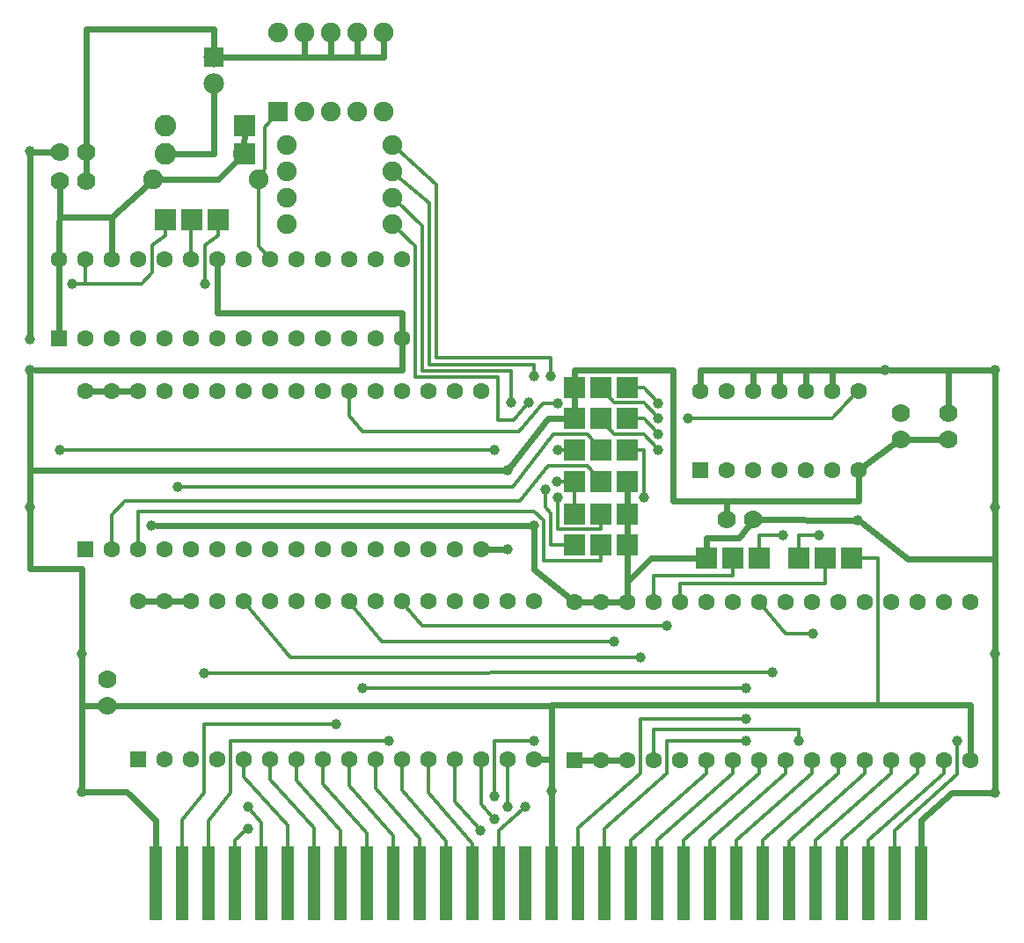
<source format=gtl>
G04 MADE WITH FRITZING*
G04 WWW.FRITZING.ORG*
G04 DOUBLE SIDED*
G04 HOLES PLATED*
G04 CONTOUR ON CENTER OF CONTOUR VECTOR*
%ASAXBY*%
%FSLAX23Y23*%
%MOIN*%
%OFA0B0*%
%SFA1.0B1.0*%
%ADD10C,0.039370*%
%ADD11C,0.075000*%
%ADD12C,0.062992*%
%ADD13C,0.070000*%
%ADD14C,0.082000*%
%ADD15C,0.078000*%
%ADD16R,0.078740X0.078740*%
%ADD17R,0.062992X0.062992*%
%ADD18R,0.082000X0.082000*%
%ADD19R,0.078000X0.078000*%
%ADD20R,0.051181X0.141823*%
%ADD21R,0.075000X0.075000*%
%ADD22C,0.012000*%
%ADD23C,0.024000*%
%LNCOPPER1*%
G90*
G70*
G54D10*
X2429Y1919D03*
X2047Y1978D03*
X2046Y1679D03*
X2002Y1649D03*
X1937Y1979D03*
X1873Y1979D03*
X609Y1659D03*
X2429Y1799D03*
X2901Y1475D03*
X3037Y1475D03*
X1959Y2079D03*
X2021Y2079D03*
X2542Y1919D03*
X2429Y1978D03*
X2461Y1133D03*
X48Y2221D03*
X47Y2932D03*
X160Y1800D03*
X1807Y487D03*
X1958Y698D03*
X2047Y1619D03*
X2374Y1619D03*
X2429Y1859D03*
X2047Y1799D03*
X710Y2431D03*
X48Y2103D03*
X47Y1582D03*
X244Y1027D03*
X244Y502D03*
G54D11*
X1021Y2957D03*
X1421Y2957D03*
X1021Y2857D03*
X1421Y2857D03*
X1021Y2757D03*
X1421Y2757D03*
X1021Y2657D03*
X1421Y2657D03*
G54D12*
X159Y2222D03*
X159Y2522D03*
X259Y2222D03*
X259Y2522D03*
X359Y2222D03*
X359Y2522D03*
X459Y2222D03*
X459Y2522D03*
X559Y2222D03*
X559Y2522D03*
X659Y2222D03*
X659Y2522D03*
X759Y2222D03*
X759Y2522D03*
X859Y2222D03*
X859Y2522D03*
X959Y2222D03*
X959Y2522D03*
X1059Y2222D03*
X1059Y2522D03*
X1159Y2222D03*
X1159Y2522D03*
X1259Y2222D03*
X1259Y2522D03*
X1359Y2222D03*
X1359Y2522D03*
X1459Y2222D03*
X1459Y2522D03*
X458Y625D03*
X458Y1225D03*
X558Y625D03*
X558Y1225D03*
X658Y625D03*
X658Y1225D03*
X758Y625D03*
X758Y1225D03*
X858Y625D03*
X858Y1225D03*
X958Y625D03*
X958Y1225D03*
X1058Y625D03*
X1058Y1225D03*
X1158Y625D03*
X1158Y1225D03*
X1258Y625D03*
X1258Y1225D03*
X1358Y625D03*
X1358Y1225D03*
X1458Y625D03*
X1458Y1225D03*
X1558Y625D03*
X1558Y1225D03*
X1658Y625D03*
X1658Y1225D03*
X1758Y625D03*
X1758Y1225D03*
X1858Y625D03*
X1858Y1225D03*
X1958Y625D03*
X1958Y1225D03*
X259Y1423D03*
X259Y2023D03*
X359Y1423D03*
X359Y2023D03*
X459Y1423D03*
X459Y2023D03*
X559Y1423D03*
X559Y2023D03*
X659Y1423D03*
X659Y2023D03*
X759Y1423D03*
X759Y2023D03*
X859Y1423D03*
X859Y2023D03*
X959Y1423D03*
X959Y2023D03*
X1059Y1423D03*
X1059Y2023D03*
X1159Y1423D03*
X1159Y2023D03*
X1259Y1423D03*
X1259Y2023D03*
X1359Y1423D03*
X1359Y2023D03*
X1459Y1423D03*
X1459Y2023D03*
X1559Y1423D03*
X1559Y2023D03*
X1659Y1423D03*
X1659Y2023D03*
X1759Y1423D03*
X1759Y2023D03*
X2587Y1724D03*
X2587Y2024D03*
X2687Y1724D03*
X2687Y2024D03*
X2787Y1724D03*
X2787Y2024D03*
X2887Y1724D03*
X2887Y2024D03*
X2987Y1724D03*
X2987Y2024D03*
X3087Y1724D03*
X3087Y2024D03*
X3187Y1724D03*
X3187Y2024D03*
X2112Y624D03*
X2112Y1224D03*
X2212Y624D03*
X2212Y1224D03*
X2312Y624D03*
X2312Y1224D03*
X2412Y624D03*
X2412Y1224D03*
X2512Y624D03*
X2512Y1224D03*
X2612Y624D03*
X2612Y1224D03*
X2712Y624D03*
X2712Y1224D03*
X2812Y624D03*
X2812Y1224D03*
X2912Y624D03*
X2912Y1224D03*
X3012Y624D03*
X3012Y1224D03*
X3112Y624D03*
X3112Y1224D03*
X3212Y624D03*
X3212Y1224D03*
X3312Y624D03*
X3312Y1224D03*
X3412Y624D03*
X3412Y1224D03*
X3512Y624D03*
X3512Y1224D03*
X3612Y624D03*
X3612Y1224D03*
G54D13*
X3347Y1841D03*
X3347Y1941D03*
X3528Y1941D03*
X3528Y1841D03*
X2687Y1535D03*
X2787Y1535D03*
X260Y2930D03*
X160Y2930D03*
X260Y2819D03*
X160Y2819D03*
X342Y831D03*
X342Y931D03*
G54D14*
X859Y2924D03*
X561Y2924D03*
X860Y3031D03*
X562Y3031D03*
G54D11*
X916Y2827D03*
X516Y2827D03*
G54D15*
X745Y3290D03*
X745Y3190D03*
G54D11*
X989Y3084D03*
X989Y3384D03*
X1089Y3084D03*
X1089Y3384D03*
X1189Y3084D03*
X1189Y3384D03*
X1289Y3084D03*
X1289Y3384D03*
X1389Y3084D03*
X1389Y3384D03*
G54D10*
X2963Y697D03*
X3014Y1102D03*
X2763Y696D03*
X2763Y781D03*
X3562Y696D03*
X3704Y501D03*
X3705Y1027D03*
X3704Y1582D03*
X3185Y1534D03*
X3704Y2103D03*
X3289Y2104D03*
X2363Y1013D03*
X2261Y1074D03*
X2762Y895D03*
X2863Y955D03*
X1957Y1512D03*
X1809Y1800D03*
X1924Y445D03*
X1755Y355D03*
X1857Y1722D03*
X1857Y1424D03*
X2025Y508D03*
X1807Y400D03*
X1859Y445D03*
X874Y364D03*
X874Y446D03*
X1409Y698D03*
X1209Y759D03*
X1308Y895D03*
X709Y954D03*
X509Y1513D03*
X209Y2431D03*
G54D16*
X2111Y1558D03*
X2111Y1680D03*
X2111Y1440D03*
X2111Y1799D03*
X2111Y1919D03*
X2111Y2038D03*
X560Y2673D03*
X2211Y1558D03*
X2211Y1440D03*
X2211Y1680D03*
X2211Y1799D03*
X2211Y1919D03*
X2211Y2038D03*
X660Y2673D03*
X2311Y1680D03*
X2311Y1558D03*
X2311Y1440D03*
X2311Y1799D03*
X2311Y1919D03*
X2311Y2038D03*
X760Y2673D03*
X3162Y1389D03*
X3062Y1389D03*
X2962Y1389D03*
X2812Y1389D03*
X2712Y1389D03*
X2612Y1389D03*
G54D17*
X159Y2222D03*
X458Y625D03*
X259Y1423D03*
X2587Y1724D03*
X2112Y624D03*
G54D18*
X860Y2924D03*
X861Y3031D03*
G54D19*
X745Y3290D03*
G54D20*
X2024Y228D03*
X2124Y86D03*
X2224Y228D03*
X2324Y86D03*
X2424Y228D03*
X2524Y86D03*
X2624Y228D03*
X2724Y86D03*
X2824Y228D03*
X2924Y86D03*
X3024Y228D03*
X3124Y86D03*
X3224Y228D03*
X3324Y86D03*
X3424Y228D03*
X3424Y86D03*
X3324Y228D03*
X3224Y86D03*
X3124Y228D03*
X3024Y86D03*
X2924Y228D03*
X2824Y86D03*
X2724Y228D03*
X2624Y86D03*
X2524Y228D03*
X2424Y86D03*
X2324Y228D03*
X2224Y86D03*
X2124Y228D03*
X2024Y86D03*
X1924Y86D03*
X1824Y228D03*
X1724Y86D03*
X1624Y228D03*
X1524Y86D03*
X1424Y228D03*
X1324Y86D03*
X1224Y228D03*
X1124Y86D03*
X1024Y228D03*
X924Y86D03*
X824Y228D03*
X724Y86D03*
X624Y228D03*
X524Y86D03*
X524Y228D03*
X624Y86D03*
X724Y228D03*
X824Y86D03*
X924Y228D03*
X1024Y86D03*
X1124Y228D03*
X1224Y86D03*
X1324Y228D03*
X1424Y86D03*
X1524Y228D03*
X1624Y86D03*
X1724Y228D03*
X1824Y86D03*
X1924Y228D03*
G54D21*
X989Y3084D03*
G54D22*
X623Y1659D02*
X1879Y1659D01*
D02*
X2032Y1859D02*
X1879Y1659D01*
D02*
X2162Y1859D02*
X2032Y1859D01*
D02*
X2188Y1827D02*
X2162Y1859D01*
D02*
X939Y2866D02*
X928Y2847D01*
D02*
X939Y3023D02*
X939Y2866D01*
D02*
X916Y2573D02*
X945Y2539D01*
D02*
X916Y2804D02*
X916Y2573D01*
D02*
X974Y3066D02*
X939Y3023D01*
D02*
X2812Y1475D02*
X2812Y1426D01*
D02*
X2888Y1475D02*
X2812Y1475D01*
D02*
X2962Y1475D02*
X2962Y1426D01*
D02*
X3023Y1475D02*
X2962Y1475D01*
D02*
X2021Y2149D02*
X2021Y2092D01*
D02*
X1589Y2149D02*
X2021Y2149D01*
D02*
X1959Y2124D02*
X1959Y2093D01*
D02*
X1561Y2124D02*
X1959Y2124D01*
D02*
X1589Y2807D02*
X1589Y2149D01*
D02*
X1438Y2942D02*
X1589Y2807D01*
D02*
X1561Y2735D02*
X1561Y2124D01*
D02*
X1438Y2841D02*
X1561Y2735D01*
G54D23*
D02*
X1389Y3290D02*
X1389Y3355D01*
D02*
X776Y3290D02*
X1389Y3290D01*
D02*
X1289Y3290D02*
X1289Y3355D01*
D02*
X776Y3290D02*
X1289Y3290D01*
D02*
X1189Y3290D02*
X1189Y3355D01*
D02*
X776Y3290D02*
X1189Y3290D01*
D02*
X1089Y3290D02*
X1089Y3355D01*
D02*
X776Y3290D02*
X1089Y3290D01*
D02*
X2111Y1962D02*
X2111Y1996D01*
G54D22*
D02*
X2374Y2038D02*
X2348Y2038D01*
D02*
X2420Y1988D02*
X2374Y2038D01*
D02*
X3087Y1919D02*
X2555Y1919D01*
D02*
X3172Y2009D02*
X3087Y1919D01*
D02*
X2261Y1979D02*
X2235Y2010D01*
D02*
X1991Y1978D02*
X2033Y1978D01*
D02*
X1308Y1870D02*
X1902Y1870D01*
D02*
X1902Y1870D02*
X1991Y1978D01*
D02*
X2374Y1979D02*
X2261Y1979D01*
D02*
X2420Y1929D02*
X2374Y1979D01*
D02*
X1259Y1929D02*
X1308Y1870D01*
D02*
X1259Y2002D02*
X1259Y1929D01*
D02*
X1807Y698D02*
X1807Y500D01*
D02*
X1945Y698D02*
X1807Y698D01*
G54D23*
D02*
X2612Y1465D02*
X2612Y1432D01*
D02*
X2735Y1465D02*
X2612Y1465D01*
D02*
X2771Y1514D02*
X2735Y1465D01*
D02*
X159Y2496D02*
X159Y2249D01*
D02*
X66Y2931D02*
X134Y2930D01*
D02*
X48Y2240D02*
X47Y2913D01*
G54D22*
D02*
X808Y500D02*
X808Y698D01*
D02*
X2374Y1919D02*
X2420Y1869D01*
D02*
X2047Y1500D02*
X2211Y1500D01*
D02*
X2374Y1799D02*
X2374Y1633D01*
D02*
X2211Y1500D02*
X2211Y1521D01*
D02*
X2374Y1859D02*
X2420Y1809D01*
D02*
X2262Y1859D02*
X2374Y1859D01*
D02*
X2448Y1133D02*
X1534Y1133D01*
D02*
X2047Y1605D02*
X2047Y1500D01*
D02*
X2348Y1799D02*
X2374Y1799D01*
D02*
X2060Y1799D02*
X2074Y1799D01*
D02*
X2348Y1919D02*
X2374Y1919D01*
D02*
X2749Y895D02*
X1322Y895D01*
D02*
X1534Y1133D02*
X1472Y1208D01*
D02*
X2235Y1891D02*
X2262Y1859D01*
G54D23*
D02*
X2013Y1919D02*
X1869Y1737D01*
D02*
X2069Y1919D02*
X2013Y1919D01*
G54D22*
D02*
X2020Y1561D02*
X2020Y1440D01*
D02*
X1904Y1605D02*
X2010Y1739D01*
D02*
X2010Y1739D02*
X2161Y1739D01*
D02*
X2020Y1440D02*
X2074Y1440D01*
D02*
X1994Y1381D02*
X2211Y1381D01*
D02*
X1994Y1534D02*
X1994Y1381D01*
D02*
X1957Y1568D02*
X1994Y1534D01*
D02*
X2002Y1582D02*
X2020Y1561D01*
D02*
X2002Y1636D02*
X2002Y1582D01*
D02*
X1873Y2100D02*
X1873Y1993D01*
D02*
X1821Y2075D02*
X1508Y2075D01*
D02*
X1508Y2075D02*
X1508Y2572D01*
G54D23*
D02*
X2311Y1601D02*
X2311Y1637D01*
G54D22*
D02*
X1535Y2100D02*
X1873Y2100D01*
D02*
X1535Y2651D02*
X1535Y2100D01*
D02*
X1438Y2742D02*
X1535Y2651D01*
D02*
X2211Y1381D02*
X2211Y1403D01*
D02*
X459Y1568D02*
X1957Y1568D01*
D02*
X459Y1445D02*
X459Y1568D01*
D02*
X1508Y2572D02*
X1438Y2641D01*
D02*
X1883Y1914D02*
X1821Y1914D01*
D02*
X1821Y1914D02*
X1821Y2075D01*
D02*
X1928Y1969D02*
X1883Y1914D01*
D02*
X2074Y1679D02*
X2059Y1679D01*
D02*
X2111Y1595D02*
X2111Y1643D01*
D02*
X408Y1605D02*
X1904Y1605D01*
D02*
X359Y1553D02*
X408Y1605D01*
D02*
X2161Y1739D02*
X2187Y1708D01*
D02*
X359Y1445D02*
X359Y1553D01*
G54D23*
D02*
X1957Y1345D02*
X2091Y1241D01*
D02*
X1957Y1493D02*
X1957Y1345D01*
D02*
X2111Y2104D02*
X2486Y2104D01*
D02*
X2486Y2104D02*
X2486Y1607D01*
D02*
X2486Y1607D02*
X2687Y1607D01*
D02*
X2687Y1607D02*
X2687Y1561D01*
D02*
X2111Y2081D02*
X2111Y2104D01*
D02*
X2311Y1397D02*
X2312Y1251D01*
D02*
X2311Y1516D02*
X2311Y1482D01*
D02*
X2025Y831D02*
X368Y831D01*
D02*
X2025Y527D02*
X2025Y831D01*
D02*
X2185Y624D02*
X2139Y624D01*
D02*
X2239Y624D02*
X2285Y624D01*
D02*
X2185Y1224D02*
X2139Y1224D01*
D02*
X2285Y1224D02*
X2239Y1224D01*
G54D22*
D02*
X2412Y1322D02*
X2412Y1245D01*
D02*
X2712Y1322D02*
X2412Y1322D01*
D02*
X2712Y1352D02*
X2712Y1322D01*
D02*
X2512Y1292D02*
X2512Y1245D01*
D02*
X3062Y1292D02*
X2512Y1292D01*
D02*
X3062Y1352D02*
X3062Y1292D01*
G54D23*
D02*
X2400Y1389D02*
X2569Y1389D01*
D02*
X2312Y1300D02*
X2400Y1389D01*
D02*
X2312Y1251D02*
X2312Y1300D01*
G54D22*
D02*
X3262Y1389D02*
X3199Y1389D01*
D02*
X3262Y832D02*
X3262Y1389D01*
D02*
X3612Y832D02*
X3262Y832D01*
D02*
X3612Y645D02*
X3612Y832D01*
G54D23*
D02*
X3685Y2103D02*
X3308Y2104D01*
D02*
X3087Y2104D02*
X3087Y2051D01*
D02*
X3270Y2104D02*
X3087Y2104D01*
D02*
X2987Y2104D02*
X2987Y2051D01*
D02*
X3270Y2104D02*
X2987Y2104D01*
D02*
X2887Y2104D02*
X2887Y2051D01*
D02*
X3270Y2104D02*
X2887Y2104D01*
D02*
X2787Y2104D02*
X2787Y2051D01*
D02*
X3270Y2104D02*
X2787Y2104D01*
D02*
X2587Y2104D02*
X2587Y2051D01*
D02*
X3270Y2104D02*
X2587Y2104D01*
D02*
X3326Y1825D02*
X3209Y1740D01*
D02*
X3166Y1534D02*
X2813Y1535D01*
G54D22*
D02*
X659Y2636D02*
X659Y2544D01*
D02*
X560Y2612D02*
X510Y2578D01*
D02*
X471Y2431D02*
X223Y2431D01*
D02*
X510Y2473D02*
X471Y2431D01*
D02*
X510Y2578D02*
X510Y2473D01*
D02*
X560Y2636D02*
X560Y2612D01*
D02*
X760Y2612D02*
X710Y2577D01*
D02*
X710Y2577D02*
X710Y2444D01*
D02*
X760Y2636D02*
X760Y2612D01*
G54D23*
D02*
X332Y2023D02*
X286Y2023D01*
D02*
X432Y2023D02*
X386Y2023D01*
D02*
X531Y1225D02*
X485Y1225D01*
D02*
X631Y1225D02*
X585Y1225D01*
G54D22*
D02*
X259Y2431D02*
X259Y2501D01*
D02*
X223Y2431D02*
X259Y2431D01*
G54D23*
D02*
X160Y2793D02*
X159Y2549D01*
D02*
X745Y2924D02*
X593Y2924D01*
D02*
X745Y3160D02*
X745Y2924D01*
D02*
X759Y2321D02*
X759Y2496D01*
D02*
X1459Y2321D02*
X759Y2321D01*
D02*
X1459Y2249D02*
X1459Y2321D01*
D02*
X524Y395D02*
X524Y293D01*
D02*
X414Y502D02*
X524Y395D01*
D02*
X263Y502D02*
X414Y502D01*
D02*
X244Y831D02*
X316Y831D01*
D02*
X244Y1008D02*
X244Y831D01*
D02*
X244Y1008D02*
X244Y521D01*
D02*
X47Y1350D02*
X244Y1350D01*
D02*
X244Y1350D02*
X244Y1046D01*
D02*
X47Y1563D02*
X47Y1350D01*
D02*
X48Y2084D02*
X47Y1601D01*
D02*
X48Y1722D02*
X48Y2084D01*
D02*
X1459Y2103D02*
X67Y2103D01*
D02*
X1459Y2196D02*
X1459Y2103D01*
D02*
X745Y3395D02*
X745Y3320D01*
D02*
X260Y3395D02*
X745Y3395D01*
D02*
X260Y2956D02*
X260Y3395D01*
D02*
X260Y2845D02*
X260Y2904D01*
D02*
X160Y2682D02*
X160Y2793D01*
D02*
X359Y2682D02*
X160Y2682D01*
D02*
X359Y2549D02*
X359Y2682D01*
D02*
X359Y2682D02*
X359Y2549D01*
D02*
X495Y2807D02*
X359Y2682D01*
D02*
X761Y2827D02*
X545Y2827D01*
D02*
X836Y2901D02*
X761Y2827D01*
D02*
X859Y2956D02*
X860Y2999D01*
D02*
X3528Y2104D02*
X3308Y2104D01*
D02*
X3528Y1967D02*
X3528Y2104D01*
D02*
X3374Y1387D02*
X3200Y1522D01*
D02*
X3704Y1387D02*
X3374Y1387D01*
D02*
X3704Y1563D02*
X3704Y1387D01*
D02*
X3424Y395D02*
X3424Y293D01*
D02*
X3543Y501D02*
X3424Y395D01*
D02*
X3685Y501D02*
X3543Y501D01*
D02*
X3705Y1008D02*
X3704Y520D01*
D02*
X3704Y1563D02*
X3705Y1046D01*
D02*
X3704Y1601D02*
X3704Y2084D01*
D02*
X1838Y1722D02*
X48Y1722D01*
D02*
X3374Y1841D02*
X3501Y1841D01*
G54D22*
D02*
X3512Y573D02*
X3224Y319D01*
D02*
X3212Y573D02*
X2924Y318D01*
D02*
X2924Y318D02*
X2924Y293D01*
D02*
X3212Y603D02*
X3212Y573D01*
D02*
X3024Y319D02*
X3024Y293D01*
D02*
X3312Y573D02*
X3024Y319D01*
D02*
X3312Y603D02*
X3312Y573D01*
D02*
X3124Y319D02*
X3124Y293D01*
D02*
X3412Y573D02*
X3124Y319D01*
D02*
X3412Y603D02*
X3412Y573D01*
D02*
X3224Y319D02*
X3224Y293D01*
D02*
X3512Y603D02*
X3512Y573D01*
G54D23*
D02*
X1838Y1424D02*
X1786Y1424D01*
D02*
X2025Y625D02*
X1985Y625D01*
D02*
X2025Y527D02*
X2025Y625D01*
D02*
X2025Y489D02*
X2025Y293D01*
G54D22*
D02*
X2612Y573D02*
X2324Y319D01*
D02*
X2712Y573D02*
X2424Y319D01*
D02*
X2812Y573D02*
X2524Y319D01*
D02*
X2912Y573D02*
X2624Y319D01*
D02*
X3012Y573D02*
X2724Y319D01*
D02*
X3112Y573D02*
X2824Y319D01*
D02*
X2824Y319D02*
X2824Y293D01*
D02*
X2724Y319D02*
X2724Y293D01*
D02*
X2624Y319D02*
X2624Y293D01*
D02*
X2524Y319D02*
X2524Y293D01*
D02*
X2424Y319D02*
X2424Y293D01*
D02*
X2324Y319D02*
X2324Y293D01*
D02*
X2612Y603D02*
X2612Y573D01*
D02*
X2712Y603D02*
X2712Y573D01*
D02*
X2812Y603D02*
X2812Y573D01*
D02*
X2912Y603D02*
X2912Y573D01*
D02*
X3012Y603D02*
X3012Y573D01*
D02*
X3112Y603D02*
X3112Y573D01*
D02*
X1458Y510D02*
X1624Y315D01*
D02*
X1558Y499D02*
X1724Y305D01*
D02*
X1624Y315D02*
X1624Y293D01*
D02*
X1725Y305D02*
X1725Y293D01*
D02*
X1458Y604D02*
X1458Y510D01*
D02*
X1558Y604D02*
X1558Y499D01*
D02*
X1658Y467D02*
X1747Y365D01*
D02*
X1658Y604D02*
X1658Y467D01*
D02*
X1758Y455D02*
X1798Y410D01*
D02*
X1758Y604D02*
X1758Y455D01*
D02*
X1858Y604D02*
X1859Y458D01*
D02*
X1824Y356D02*
X1824Y293D01*
D02*
X1914Y436D02*
X1824Y356D01*
D02*
X924Y388D02*
X924Y293D01*
D02*
X883Y436D02*
X924Y388D01*
D02*
X824Y321D02*
X824Y293D01*
D02*
X864Y356D02*
X824Y321D01*
D02*
X724Y394D02*
X724Y293D01*
D02*
X808Y500D02*
X724Y394D01*
D02*
X3324Y358D02*
X3324Y293D01*
D02*
X3562Y570D02*
X3324Y358D01*
D02*
X3562Y683D02*
X3562Y570D01*
G54D23*
D02*
X2687Y1607D02*
X3187Y1607D01*
D02*
X3187Y1607D02*
X3187Y1697D01*
D02*
X2687Y1561D02*
X2687Y1607D01*
G54D22*
D02*
X1036Y1013D02*
X872Y1209D01*
D02*
X2349Y1013D02*
X1036Y1013D01*
D02*
X1158Y534D02*
X1324Y345D01*
D02*
X1258Y527D02*
X1424Y337D01*
D02*
X1358Y517D02*
X1524Y327D01*
D02*
X1058Y545D02*
X1224Y357D01*
D02*
X958Y551D02*
X1124Y367D01*
D02*
X858Y560D02*
X1024Y375D01*
D02*
X1024Y375D02*
X1024Y293D01*
D02*
X1124Y367D02*
X1124Y293D01*
D02*
X1224Y357D02*
X1224Y293D01*
D02*
X1325Y345D02*
X1325Y293D01*
D02*
X1424Y337D02*
X1424Y293D01*
D02*
X1525Y327D02*
X1525Y293D01*
D02*
X858Y604D02*
X858Y560D01*
D02*
X958Y604D02*
X958Y551D01*
D02*
X1058Y604D02*
X1058Y545D01*
D02*
X1158Y604D02*
X1158Y534D01*
D02*
X1258Y604D02*
X1258Y527D01*
D02*
X1358Y604D02*
X1358Y517D01*
D02*
X1383Y1074D02*
X1272Y1208D01*
D02*
X2248Y1074D02*
X1383Y1074D01*
D02*
X624Y395D02*
X624Y293D01*
D02*
X708Y501D02*
X624Y395D01*
D02*
X708Y759D02*
X708Y501D01*
D02*
X1196Y759D02*
X708Y759D01*
D02*
X2912Y1102D02*
X2826Y1208D01*
D02*
X3001Y1102D02*
X2912Y1102D01*
D02*
X2963Y739D02*
X2412Y739D01*
D02*
X2412Y739D02*
X2412Y645D01*
D02*
X2963Y710D02*
X2963Y739D01*
D02*
X2224Y363D02*
X2224Y293D01*
D02*
X2462Y574D02*
X2224Y363D01*
D02*
X2462Y696D02*
X2462Y574D01*
D02*
X2749Y696D02*
X2462Y696D01*
D02*
X2124Y365D02*
X2124Y293D01*
D02*
X2363Y781D02*
X2363Y574D01*
D02*
X2363Y574D02*
X2124Y365D01*
D02*
X2749Y781D02*
X2363Y781D01*
D02*
X174Y1800D02*
X1795Y1800D01*
G54D23*
D02*
X2025Y832D02*
X3612Y832D01*
D02*
X3612Y832D02*
X3612Y651D01*
D02*
X2025Y527D02*
X2025Y832D01*
G54D22*
D02*
X1396Y698D02*
X808Y698D01*
D02*
X722Y954D02*
X2849Y955D01*
G54D23*
D02*
X1938Y1512D02*
X528Y1513D01*
G54D22*
D02*
X524Y162D02*
X524Y152D01*
D02*
X624Y163D02*
X624Y151D01*
D02*
X724Y162D02*
X724Y152D01*
D02*
X824Y163D02*
X824Y151D01*
D02*
X924Y162D02*
X924Y152D01*
D02*
X1024Y163D02*
X1024Y151D01*
D02*
X1124Y162D02*
X1124Y152D01*
D02*
X1224Y163D02*
X1224Y151D01*
D02*
X1324Y162D02*
X1324Y152D01*
D02*
X1424Y163D02*
X1424Y151D01*
D02*
X1524Y162D02*
X1524Y152D01*
D02*
X1624Y163D02*
X1624Y151D01*
D02*
X1724Y162D02*
X1724Y152D01*
D02*
X1824Y163D02*
X1824Y151D01*
D02*
X1924Y162D02*
X1924Y152D01*
D02*
X2024Y162D02*
X2024Y152D01*
D02*
X2124Y163D02*
X2124Y151D01*
D02*
X2224Y162D02*
X2224Y152D01*
D02*
X2324Y163D02*
X2324Y151D01*
D02*
X2424Y162D02*
X2424Y152D01*
D02*
X2524Y163D02*
X2524Y151D01*
D02*
X2624Y162D02*
X2624Y152D01*
D02*
X2724Y163D02*
X2724Y151D01*
D02*
X2824Y162D02*
X2824Y152D01*
D02*
X2924Y163D02*
X2924Y151D01*
D02*
X3024Y162D02*
X3024Y152D01*
D02*
X3124Y163D02*
X3124Y151D01*
D02*
X3224Y162D02*
X3224Y152D01*
D02*
X3324Y163D02*
X3324Y151D01*
D02*
X3424Y162D02*
X3424Y152D01*
G04 End of Copper1*
M02*
</source>
